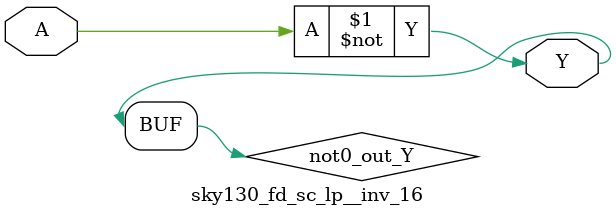
<source format=v>
/*
 * Copyright 2020 The SkyWater PDK Authors
 *
 * Licensed under the Apache License, Version 2.0 (the "License");
 * you may not use this file except in compliance with the License.
 * You may obtain a copy of the License at
 *
 *     https://www.apache.org/licenses/LICENSE-2.0
 *
 * Unless required by applicable law or agreed to in writing, software
 * distributed under the License is distributed on an "AS IS" BASIS,
 * WITHOUT WARRANTIES OR CONDITIONS OF ANY KIND, either express or implied.
 * See the License for the specific language governing permissions and
 * limitations under the License.
 *
 * SPDX-License-Identifier: Apache-2.0
*/


`ifndef SKY130_FD_SC_LP__INV_16_FUNCTIONAL_V
`define SKY130_FD_SC_LP__INV_16_FUNCTIONAL_V

/**
 * inv: Inverter.
 *
 * Verilog simulation functional model.
 */

`timescale 1ns / 1ps
`default_nettype none

`celldefine
module sky130_fd_sc_lp__inv_16 (
    Y,
    A
);

    // Module ports
    output Y;
    input  A;

    // Local signals
    wire not0_out_Y;

    //  Name  Output      Other arguments
    not not0 (not0_out_Y, A              );
    buf buf0 (Y         , not0_out_Y     );

endmodule
`endcelldefine

`default_nettype wire
`endif  // SKY130_FD_SC_LP__INV_16_FUNCTIONAL_V

</source>
